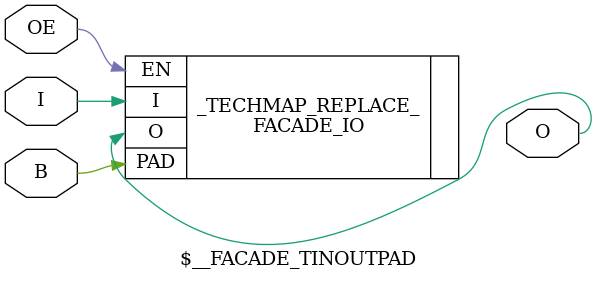
<source format=v>
module \$lut (A, Y);
	parameter WIDTH = 0;
	parameter LUT = 0;
	input [WIDTH-1:0] A;
	output Y;

	localparam rep = 1<<(4-WIDTH);
	wire [3:0] I;

	generate
		if(WIDTH == 1) begin
			assign I = {1'b0, 1'b0, 1'b0, A[0]};
		end else if(WIDTH == 2) begin
			assign I = {1'b0, 1'b0, A[1], A[0]};
		end else if(WIDTH == 3) begin
			assign I = {1'b0, A[2], A[1], A[0]};
		end else if(WIDTH == 4) begin
			assign I = {A[3], A[2], A[1], A[0]};
		end else begin
			wire _TECHMAP_FAIL_ = 1;
		end
	endgenerate

	LUT4 #(.INIT({rep{LUT}})) _TECHMAP_REPLACE_ (.A(I[0]), .B(I[1]), .C(I[2]), .D(I[3]), .Z(Y));
endmodule

// DFFs
module  \$_DFF_P_ (input D, C, output Q); FACADE_FF #(.CEMUX("1"), .CLKMUX("CLK"), .LSRMUX("LSR"), .REGSET("RESET")) _TECHMAP_REPLACE_ (.CLK(C), .LSR(1'b0), .DI(D), .Q(Q)); endmodule

// IO- "$__" cells for the iopadmap pass.
module  \$__FACADE_OUTPAD (input I, output O); FACADE_IO #(.DIR("OUTPUT")) _TECHMAP_REPLACE_ (.PAD(O), .I(I), .EN(1'b1)); endmodule
module  \$__FACADE_INPAD (input I, output O); FACADE_IO #(.DIR("INPUT")) _TECHMAP_REPLACE_ (.PAD(I), .O(O)); endmodule
module  \$__FACADE_TOUTPAD (input I, OE, output O); FACADE_IO #(.DIR("OUTPUT")) _TECHMAP_REPLACE_ (.PAD(O), .I(I), .EN(OE)); endmodule
module  \$__FACADE_TINOUTPAD (input I, OE, output O, inout B); FACADE_IO #(.DIR("BIDIR")) _TECHMAP_REPLACE_ (.PAD(B), .I(I), .O(O), .EN(OE)); endmodule

</source>
